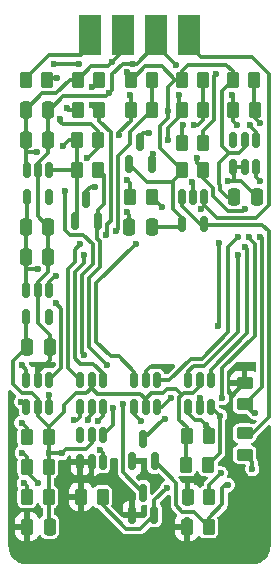
<source format=gbr>
G04 #@! TF.GenerationSoftware,KiCad,Pcbnew,9.0.2*
G04 #@! TF.CreationDate,2025-08-14T17:01:52+02:00*
G04 #@! TF.ProjectId,blue2joy,626c7565-326a-46f7-992e-6b696361645f,rev?*
G04 #@! TF.SameCoordinates,Original*
G04 #@! TF.FileFunction,Copper,L2,Bot*
G04 #@! TF.FilePolarity,Positive*
%FSLAX46Y46*%
G04 Gerber Fmt 4.6, Leading zero omitted, Abs format (unit mm)*
G04 Created by KiCad (PCBNEW 9.0.2) date 2025-08-14 17:01:52*
%MOMM*%
%LPD*%
G01*
G04 APERTURE LIST*
G04 Aperture macros list*
%AMRoundRect*
0 Rectangle with rounded corners*
0 $1 Rounding radius*
0 $2 $3 $4 $5 $6 $7 $8 $9 X,Y pos of 4 corners*
0 Add a 4 corners polygon primitive as box body*
4,1,4,$2,$3,$4,$5,$6,$7,$8,$9,$2,$3,0*
0 Add four circle primitives for the rounded corners*
1,1,$1+$1,$2,$3*
1,1,$1+$1,$4,$5*
1,1,$1+$1,$6,$7*
1,1,$1+$1,$8,$9*
0 Add four rect primitives between the rounded corners*
20,1,$1+$1,$2,$3,$4,$5,0*
20,1,$1+$1,$4,$5,$6,$7,0*
20,1,$1+$1,$6,$7,$8,$9,0*
20,1,$1+$1,$8,$9,$2,$3,0*%
G04 Aperture macros list end*
G04 #@! TA.AperFunction,SMDPad,CuDef*
%ADD10R,1.846667X3.480000*%
G04 #@! TD*
G04 #@! TA.AperFunction,SMDPad,CuDef*
%ADD11RoundRect,0.250000X0.262500X0.450000X-0.262500X0.450000X-0.262500X-0.450000X0.262500X-0.450000X0*%
G04 #@! TD*
G04 #@! TA.AperFunction,SMDPad,CuDef*
%ADD12RoundRect,0.150000X0.150000X-0.512500X0.150000X0.512500X-0.150000X0.512500X-0.150000X-0.512500X0*%
G04 #@! TD*
G04 #@! TA.AperFunction,SMDPad,CuDef*
%ADD13RoundRect,0.150000X0.150000X-0.587500X0.150000X0.587500X-0.150000X0.587500X-0.150000X-0.587500X0*%
G04 #@! TD*
G04 #@! TA.AperFunction,SMDPad,CuDef*
%ADD14RoundRect,0.150000X-0.150000X0.512500X-0.150000X-0.512500X0.150000X-0.512500X0.150000X0.512500X0*%
G04 #@! TD*
G04 #@! TA.AperFunction,SMDPad,CuDef*
%ADD15RoundRect,0.250000X-0.250000X-0.475000X0.250000X-0.475000X0.250000X0.475000X-0.250000X0.475000X0*%
G04 #@! TD*
G04 #@! TA.AperFunction,SMDPad,CuDef*
%ADD16RoundRect,0.250000X0.450000X-0.262500X0.450000X0.262500X-0.450000X0.262500X-0.450000X-0.262500X0*%
G04 #@! TD*
G04 #@! TA.AperFunction,SMDPad,CuDef*
%ADD17RoundRect,0.250000X-0.262500X-0.450000X0.262500X-0.450000X0.262500X0.450000X-0.262500X0.450000X0*%
G04 #@! TD*
G04 #@! TA.AperFunction,SMDPad,CuDef*
%ADD18RoundRect,0.250000X-0.450000X0.262500X-0.450000X-0.262500X0.450000X-0.262500X0.450000X0.262500X0*%
G04 #@! TD*
G04 #@! TA.AperFunction,SMDPad,CuDef*
%ADD19RoundRect,0.250000X0.250000X0.475000X-0.250000X0.475000X-0.250000X-0.475000X0.250000X-0.475000X0*%
G04 #@! TD*
G04 #@! TA.AperFunction,ViaPad*
%ADD20C,0.600000*%
G04 #@! TD*
G04 #@! TA.AperFunction,Conductor*
%ADD21C,0.300000*%
G04 #@! TD*
G04 APERTURE END LIST*
D10*
X-4155000Y254000D03*
X-1385000Y254000D03*
X1385000Y254000D03*
X4155000Y254000D03*
D11*
X-3403600Y-6096000D03*
X-5228600Y-6096000D03*
D12*
X9840000Y-10911000D03*
X8890000Y-10911000D03*
X7940000Y-10911000D03*
X7940000Y-8636000D03*
X8890000Y-8636000D03*
X9840000Y-8636000D03*
D13*
X-3556000Y-15494000D03*
X-5456000Y-15494000D03*
X-4506000Y-13619000D03*
D14*
X-9586000Y-21336000D03*
X-8636000Y-21336000D03*
X-7686000Y-21336000D03*
X-7686000Y-23611000D03*
X-9586000Y-23611000D03*
X-9555600Y-11176000D03*
X-8605600Y-11176000D03*
X-7655600Y-11176000D03*
X-7655600Y-13451000D03*
X-9555600Y-13451000D03*
D15*
X-9652000Y-6096000D03*
X-7752000Y-6096000D03*
D16*
X8890000Y-31035000D03*
X8890000Y-29210000D03*
D17*
X4017000Y-41402000D03*
X5842000Y-41402000D03*
D13*
X1265000Y-40386000D03*
X-635000Y-40386000D03*
X315000Y-38511000D03*
D11*
X-7700000Y-38862000D03*
X-9525000Y-38862000D03*
D17*
X3970000Y-36144200D03*
X5795000Y-36144200D03*
X-5334000Y-8636000D03*
X-3509000Y-8636000D03*
D15*
X-9499600Y-26162000D03*
X-7599600Y-26162000D03*
D17*
X3556000Y-8890000D03*
X5381000Y-8890000D03*
X-762000Y-3556000D03*
X1063000Y-3556000D03*
D15*
X-9621600Y-8636000D03*
X-7721600Y-8636000D03*
D14*
X-442000Y-28967000D03*
X508000Y-28967000D03*
X1458000Y-28967000D03*
X1458000Y-31242000D03*
X508000Y-31242000D03*
X-442000Y-31242000D03*
D17*
X3556000Y-3556000D03*
X5381000Y-3556000D03*
X-4953000Y-38862000D03*
X-3128000Y-38862000D03*
D18*
X8890000Y-33481000D03*
X8890000Y-35306000D03*
D17*
X3556000Y-11176000D03*
X5381000Y-11176000D03*
D15*
X8006000Y-13462000D03*
X9906000Y-13462000D03*
D17*
X-5230500Y-3556000D03*
X-3405500Y-3556000D03*
D13*
X1268900Y-35871873D03*
X-631100Y-35871873D03*
X318900Y-33996873D03*
D19*
X1016000Y-16002000D03*
X-884000Y-16002000D03*
D11*
X-7827000Y-3556000D03*
X-9652000Y-3556000D03*
D17*
X7877800Y-3556000D03*
X9702800Y-3556000D03*
X-5334000Y-11176000D03*
X-3509000Y-11176000D03*
D11*
X-7700000Y-36322000D03*
X-9525000Y-36322000D03*
D12*
X-3114000Y-35930000D03*
X-4064000Y-35930000D03*
X-5014000Y-35930000D03*
X-5014000Y-33655000D03*
X-4064000Y-33655000D03*
X-3114000Y-33655000D03*
D11*
X5889000Y-38862000D03*
X4064000Y-38862000D03*
D17*
X4017000Y-33731200D03*
X5842000Y-33731200D03*
D11*
X5381000Y-6096000D03*
X3556000Y-6096000D03*
D14*
X3556000Y-13473000D03*
X4506000Y-13473000D03*
X5456000Y-13473000D03*
X5456000Y-15748000D03*
X3556000Y-15748000D03*
X-9586000Y-28967000D03*
X-8636000Y-28967000D03*
X-7686000Y-28967000D03*
X-7686000Y-31242000D03*
X-8636000Y-31242000D03*
X-9586000Y-31242000D03*
D19*
X-7620000Y-41402000D03*
X-9520000Y-41402000D03*
D13*
X1016000Y-10668000D03*
X-884000Y-10668000D03*
X66000Y-8793000D03*
D11*
X-7700000Y-33782000D03*
X-9525000Y-33782000D03*
X1063000Y-6096000D03*
X-762000Y-6096000D03*
X9749800Y-6096000D03*
X7924800Y-6096000D03*
D12*
X-3114000Y-31242000D03*
X-4064000Y-31242000D03*
X-5014000Y-31242000D03*
X-5014000Y-28967000D03*
X-4064000Y-28967000D03*
X-3114000Y-28967000D03*
D15*
X-9621600Y-16002000D03*
X-7721600Y-16002000D03*
D17*
X-809000Y-13462000D03*
X1016000Y-13462000D03*
D12*
X6030000Y-31231000D03*
X5080000Y-31231000D03*
X4130000Y-31231000D03*
X4130000Y-28956000D03*
X5080000Y-28956000D03*
X6030000Y-28956000D03*
D15*
X-9621600Y-18542000D03*
X-7721600Y-18542000D03*
D20*
X2443500Y-6197600D03*
X-1066800Y-2946400D03*
X-8706581Y-9649720D03*
X-6477000Y-9132000D03*
X-2328674Y-2085538D03*
X-558800Y-2195400D03*
X4902200Y-37592000D03*
X2292858Y-28142480D03*
X-1270000Y-38227000D03*
X-4378397Y-32396054D03*
X-2556204Y-4657396D03*
X10490200Y-34391600D03*
X10261600Y-39776400D03*
X-5181600Y-41402000D03*
X9398000Y-43535600D03*
X-7264400Y-2235200D03*
X3048000Y-2286000D03*
X-5130800Y-2235200D03*
X5160004Y-30503258D03*
X-10718800Y-31673800D03*
X-2638493Y-43370902D03*
X4470400Y-12242800D03*
X7498998Y-12109616D03*
X-8636000Y-43408600D03*
X4017000Y-43514000D03*
X-1098006Y-14761998D03*
X330200Y-37058600D03*
X-7696411Y-35182823D03*
X-6604000Y-35179000D03*
X6493350Y-3067925D03*
X3302000Y-4856000D03*
X-311846Y-17459401D03*
X2443500Y-8695000D03*
X-7105971Y-22479110D03*
X-1698000Y-8277333D03*
X-821000Y-4856000D03*
X7854448Y-4856000D03*
X8362439Y-16844000D03*
X8229600Y-7366000D03*
X1930400Y-14376400D03*
X5213751Y-14490952D03*
X-6146800Y-5994400D03*
X-9964500Y-27733605D03*
X-2721170Y-27732569D03*
X-1365825Y-31044134D03*
X2160025Y-32266341D03*
X1103692Y-9866692D03*
X8951385Y-14499600D03*
X4826000Y-10160000D03*
X6989000Y-30508959D03*
X9262121Y-16868006D03*
X-1098000Y-12029996D03*
X-3799000Y-12610125D03*
X3722812Y-7396513D03*
X818751Y-8055019D03*
X6865541Y-36871165D03*
X9550400Y-36525200D03*
X2350671Y-38098667D03*
X7467600Y-37871400D03*
X-8561497Y-37722823D03*
X-3356223Y-34912077D03*
X-9964499Y-35127366D03*
X6628233Y-24394006D03*
X6731000Y-17399000D03*
X5588000Y-32766000D03*
X2629000Y-30484112D03*
X124857Y-32469826D03*
X-10000035Y-30830421D03*
X6805500Y-32006500D03*
X-9779000Y-37719000D03*
X-3478770Y-32422073D03*
X-5588000Y-32385000D03*
X-9988472Y-32611339D03*
X-7645400Y-30251400D03*
X-7067000Y-20167600D03*
X-8609158Y-19588436D03*
X10199000Y-12137000D03*
X9777500Y-31750000D03*
X10199000Y-16844000D03*
X9316020Y-7423376D03*
X-2809961Y-16695236D03*
X-4064000Y-4195000D03*
X-4064000Y-5715000D03*
X-5017327Y-17506335D03*
X-4711000Y-18386104D03*
X-1984000Y-16337754D03*
X4622800Y-7391400D03*
X8300002Y-18361419D03*
X10199000Y-7249160D03*
X8927533Y-17716277D03*
X-2214000Y-31368998D03*
X-6947600Y-3429000D03*
X-4699476Y-26841186D03*
X-4421280Y-10172773D03*
X-6284258Y-12954000D03*
X-6720851Y-6917000D03*
D21*
X2443500Y-4156000D02*
X2443500Y-6766636D01*
X6807000Y-12895804D02*
X6807000Y-12478279D01*
X7877800Y-2856000D02*
X7877800Y-3556000D01*
X-762000Y-3251200D02*
X-1066800Y-2946400D01*
X-5924339Y-3556000D02*
X-7075339Y-4707000D01*
X7536900Y-9749500D02*
X6944500Y-9157100D01*
X-5334000Y-8636000D02*
X-5981000Y-8636000D01*
X-5981000Y-8636000D02*
X-6477000Y-9132000D01*
X3302000Y-16002000D02*
X3556000Y-15748000D01*
X3556000Y-3556000D02*
X3043500Y-3556000D01*
X-1385000Y-1141864D02*
X-2648136Y-2405000D01*
X6944500Y-4489300D02*
X7877800Y-3556000D01*
X8006000Y-13462000D02*
X7373196Y-13462000D01*
X2443500Y-6766636D02*
X1693500Y-7516636D01*
X7536900Y-9797500D02*
X8390999Y-9797500D01*
X2805000Y-12192000D02*
X2805000Y-12627000D01*
X8890000Y-8636000D02*
X8890000Y-9298499D01*
X-8263000Y-4707000D02*
X-9652000Y-6096000D01*
X1693500Y-7516636D02*
X1693500Y-9313500D01*
X-5334000Y-11176000D02*
X-5334000Y-8636000D01*
X2805000Y-14489000D02*
X3556000Y-15240000D01*
X3556000Y-3556000D02*
X3556000Y-2856000D01*
X-9621600Y-8636000D02*
X-9621600Y-9649720D01*
X-4079500Y-2405000D02*
X-5230500Y-3556000D01*
X-7655600Y-11176000D02*
X-5334000Y-11176000D01*
X503208Y-2405000D02*
X1892500Y-2405000D01*
X3043500Y-3556000D02*
X2443500Y-4156000D01*
X-5230500Y-3556000D02*
X-5924339Y-3556000D01*
X8438999Y-9749500D02*
X7536900Y-9749500D01*
X640000Y-12192000D02*
X2805000Y-12192000D01*
X7339725Y-2317925D02*
X7877800Y-2856000D01*
X6807000Y-12478279D02*
X6748998Y-12420277D01*
X-9621600Y-9649720D02*
X-8706581Y-9649720D01*
X8390999Y-9797500D02*
X8890000Y-9298499D01*
X4094075Y-2317925D02*
X7339725Y-2317925D01*
X-5334000Y-11176000D02*
X-5334000Y-15372000D01*
X1693500Y-9313500D02*
X3556000Y-11176000D01*
X1892500Y-2405000D02*
X3043500Y-3556000D01*
X6748998Y-12420277D02*
X6748998Y-10585402D01*
X-647792Y-3556000D02*
X503208Y-2405000D01*
X-2648136Y-2405000D02*
X-4079500Y-2405000D01*
X2805000Y-12130200D02*
X3556000Y-11379200D01*
X3556000Y-2856000D02*
X4094075Y-2317925D01*
X2805000Y-12627000D02*
X2805000Y-12130200D01*
X7373196Y-13462000D02*
X6807000Y-12895804D01*
X6748998Y-10585402D02*
X7536900Y-9797500D01*
X8890000Y-9298499D02*
X8438999Y-9749500D01*
X-9652000Y-6096000D02*
X-9652000Y-8605600D01*
X2805000Y-12627000D02*
X2805000Y-14489000D01*
X-9621600Y-8636000D02*
X-9621600Y-11110000D01*
X-7075339Y-4707000D02*
X-8263000Y-4707000D01*
X-884000Y-10668000D02*
X640000Y-12192000D01*
X1016000Y-16002000D02*
X3302000Y-16002000D01*
X6944500Y-9157100D02*
X6944500Y-4489300D01*
X3556000Y-11379200D02*
X3556000Y-11176000D01*
X8001000Y-12109616D02*
X8001000Y-10972000D01*
X-2638493Y-43370902D02*
X-2473795Y-43535600D01*
X-8839200Y-43408600D02*
X-8636000Y-43408600D01*
X4506000Y-13473000D02*
X4506000Y-12278400D01*
X-1377875Y-2195400D02*
X-2298000Y-3115525D01*
X7498998Y-12109616D02*
X8001000Y-12109616D01*
X-8636000Y-24177600D02*
X-7599600Y-25214000D01*
X-8636000Y-20675600D02*
X-8636000Y-21336000D01*
X-7721600Y-8636000D02*
X-7721600Y-9725400D01*
X-2556204Y-4657396D02*
X-2843808Y-4945000D01*
X2003878Y-27853500D02*
X2292858Y-28142480D01*
X-8605600Y-11176000D02*
X-8605600Y-15118000D01*
X-5181600Y-41402000D02*
X-4749800Y-41402000D01*
X-5181600Y-41478200D02*
X-5181600Y-41402000D01*
X-2843808Y-4945000D02*
X-6464811Y-4945000D01*
X-558800Y-2195400D02*
X-1377875Y-2195400D01*
X4064000Y-37414200D02*
X4724400Y-37414200D01*
X508000Y-28233700D02*
X888200Y-27853500D01*
X-4378397Y-32218896D02*
X-4378397Y-32396054D01*
X4038600Y-43535600D02*
X4017000Y-43514000D01*
X-7599600Y-25214000D02*
X-7599600Y-26162000D01*
X-4064000Y-31904499D02*
X-4378397Y-32218896D01*
X-4064000Y-31242000D02*
X-4064000Y-31904499D01*
X3995400Y-43535600D02*
X4017000Y-43514000D01*
X-4953000Y-38862000D02*
X-6426200Y-38862000D01*
X7739000Y-38838969D02*
X7739000Y-43518200D01*
X-7772400Y-19812000D02*
X-8636000Y-20675600D01*
X7739000Y-43518200D02*
X7721600Y-43535600D01*
X7721600Y-43535600D02*
X4038600Y-43535600D01*
X4506000Y-12278400D02*
X4470400Y-12242800D01*
X7739000Y-30361000D02*
X7739000Y-36155487D01*
X-631100Y-35871873D02*
X330200Y-35871873D01*
X-4749800Y-41402000D02*
X-2780898Y-43370902D01*
X-2298000Y-4399192D02*
X-2556204Y-4657396D01*
X-5014000Y-35930000D02*
X-4064000Y-35930000D01*
X8553616Y-12109616D02*
X9906000Y-13462000D01*
X-6426200Y-40157400D02*
X-5181600Y-41402000D01*
X-9520000Y-42727800D02*
X-8839200Y-43408600D01*
X-7721600Y-19761539D02*
X-7772061Y-19812000D01*
X-7112000Y-43408600D02*
X-5181600Y-41478200D01*
X-8605600Y-15118000D02*
X-7721600Y-16002000D01*
X-2298000Y-3115525D02*
X-2298000Y-4399192D01*
X4064000Y-38862000D02*
X4064000Y-37414200D01*
X-4064000Y-35930000D02*
X-4064000Y-36830000D01*
X-2473795Y-43535600D02*
X3995400Y-43535600D01*
X-7747000Y-6101000D02*
X-7747000Y-8610600D01*
X4017000Y-41402000D02*
X4017000Y-43514000D01*
X-5130800Y-2235200D02*
X-7264400Y-2235200D01*
X-2780898Y-43370902D02*
X-2638493Y-43370902D01*
X9398000Y-43535600D02*
X7721600Y-43535600D01*
X330200Y-35871873D02*
X330200Y-37058600D01*
X-884000Y-14976004D02*
X-1098006Y-14761998D01*
X-635000Y-38862000D02*
X-1270000Y-38227000D01*
X7940000Y-10911000D02*
X8890000Y-10911000D01*
X-7599600Y-26162000D02*
X-7599600Y-27284600D01*
X5080000Y-30583262D02*
X5160004Y-30503258D01*
X-8636000Y-43408600D02*
X-7112000Y-43408600D01*
X8544985Y-36961472D02*
X8544985Y-38032984D01*
X-884000Y-16002000D02*
X-884000Y-14976004D01*
X-4064000Y-36830000D02*
X-4953000Y-37719000D01*
X-8636000Y-21336000D02*
X-8636000Y-24177600D01*
X-8636000Y-28321000D02*
X-8636000Y-28967000D01*
X508000Y-28967000D02*
X508000Y-28233700D01*
X-7721600Y-18542000D02*
X-7721600Y-19761539D01*
X1385000Y-623000D02*
X3048000Y-2286000D01*
X888200Y-27853500D02*
X2003878Y-27853500D01*
X-6426200Y-38862000D02*
X-6426200Y-40157400D01*
X8890000Y-29210000D02*
X7739000Y-30361000D01*
X8544985Y-38032984D02*
X7739000Y-38838969D01*
X-7721600Y-16002000D02*
X-7721600Y-18542000D01*
X1385000Y-562667D02*
X-247733Y-2195400D01*
X-6464811Y-4945000D02*
X-7615811Y-6096000D01*
X-7721600Y-9725400D02*
X-8605600Y-10609400D01*
X-247733Y-2195400D02*
X-558800Y-2195400D01*
X-635000Y-40386000D02*
X-635000Y-38862000D01*
X5080000Y-31231000D02*
X5080000Y-30583262D01*
X-8605600Y-10609400D02*
X-8605600Y-11176000D01*
X-4953000Y-37719000D02*
X-4953000Y-38862000D01*
X7498998Y-12109616D02*
X8553616Y-12109616D01*
X-7772061Y-19812000D02*
X-7772400Y-19812000D01*
X4724400Y-37414200D02*
X4902200Y-37592000D01*
X7739000Y-36155487D02*
X8544985Y-36961472D01*
X-7599600Y-27284600D02*
X-8636000Y-28321000D01*
X-9520000Y-41402000D02*
X-9520000Y-42727800D01*
X-6430771Y-31142171D02*
X-6430771Y-31703771D01*
X3593761Y-30219100D02*
X3625300Y-30219100D01*
X-4563001Y-34816500D02*
X-6241500Y-34816500D01*
X-4064000Y-28967000D02*
X-4064000Y-29629499D01*
X-4515001Y-30080500D02*
X-5369100Y-30080500D01*
X508000Y-31242000D02*
X508000Y-30579501D01*
X-10714500Y-27376900D02*
X-10714500Y-29355100D01*
X-7692588Y-35179000D02*
X-6604000Y-35179000D01*
X-4064000Y-33655000D02*
X-4064000Y-34317499D01*
X-4064000Y-34317499D02*
X-4563001Y-34816500D01*
X4017000Y-32973000D02*
X4017000Y-33731200D01*
X-8636000Y-32004000D02*
X-7700000Y-32940000D01*
X-7700000Y-32973000D02*
X-7700000Y-33782000D01*
X2322451Y-29730000D02*
X3104661Y-29730000D01*
X-6241500Y-34816500D02*
X-6604000Y-35179000D01*
X-9499600Y-26162000D02*
X-10714500Y-27376900D01*
X-7700000Y-38862000D02*
X-7700000Y-41322000D01*
X5080000Y-28956000D02*
X5080000Y-29522600D01*
X-7696411Y-35182823D02*
X-7692588Y-35179000D01*
X-9989100Y-30080500D02*
X-9135001Y-30080500D01*
X-5369100Y-30080500D02*
X-6430771Y-31142171D01*
X5080000Y-29522600D02*
X4533100Y-30069500D01*
X3774900Y-30069500D02*
X3379000Y-30465400D01*
X-7700000Y-36322000D02*
X-7700000Y-38862000D01*
X3379000Y-32335000D02*
X4017000Y-32973000D01*
X-7700000Y-35186412D02*
X-7696411Y-35182823D01*
X1007001Y-30080500D02*
X1971951Y-30080500D01*
X3104661Y-29730000D02*
X3593761Y-30219100D01*
X-9586000Y-23611000D02*
X-9586000Y-26075600D01*
X-9135001Y-30080500D02*
X-8636000Y-30579501D01*
X-8636000Y-30579501D02*
X-8636000Y-31242000D01*
X-3564999Y-30128500D02*
X56999Y-30128500D01*
X-7700000Y-36322000D02*
X-7700000Y-35186412D01*
X-6430771Y-31703771D02*
X-7700000Y-32973000D01*
X-10714500Y-29355100D02*
X-9989100Y-30080500D01*
X-4064000Y-29629499D02*
X-4515001Y-30080500D01*
X1971951Y-30080500D02*
X2322451Y-29730000D01*
X-8636000Y-31242000D02*
X-8636000Y-32004000D01*
X3379000Y-30465400D02*
X3379000Y-32335000D01*
X-7700000Y-35179234D02*
X-7696411Y-35182823D01*
X-7700000Y-32940000D02*
X-7700000Y-33782000D01*
X508000Y-30579501D02*
X1007001Y-30080500D01*
X-4064000Y-29629499D02*
X-3564999Y-30128500D01*
X-7700000Y-33782000D02*
X-7700000Y-35179234D01*
X56999Y-30128500D02*
X508000Y-30579501D01*
X4533100Y-30069500D02*
X3774900Y-30069500D01*
X3970000Y-36144200D02*
X3970000Y-33778200D01*
X5381000Y-7907944D02*
X5381000Y-8890000D01*
X6344500Y-6944444D02*
X5381000Y-7907944D01*
X6493350Y-3067925D02*
X6344500Y-3216775D01*
X6344500Y-3216775D02*
X6344500Y-6944444D01*
X-1763932Y-26982569D02*
X-2426431Y-26982569D01*
X-442000Y-28304501D02*
X-1763932Y-26982569D01*
X3556000Y-6502664D02*
X2443500Y-7615164D01*
X2443500Y-7615164D02*
X2443500Y-8695000D01*
X-3648600Y-20793600D02*
X-314401Y-17459401D01*
X-442000Y-28967000D02*
X-442000Y-28304501D01*
X-314401Y-17459401D02*
X-311846Y-17459401D01*
X-2426431Y-26982569D02*
X-3648600Y-25760400D01*
X3302000Y-4856000D02*
X3302000Y-5842000D01*
X-3648600Y-25760400D02*
X-3648600Y-20793600D01*
X-762000Y-6096000D02*
X-762000Y-7071058D01*
X-762000Y-4915000D02*
X-821000Y-4856000D01*
X-762000Y-6096000D02*
X-762000Y-4915000D01*
X-7686000Y-28967000D02*
X-6649476Y-27930476D01*
X-6649476Y-22935605D02*
X-7105971Y-22479110D01*
X-1698000Y-8007058D02*
X-1698000Y-8277333D01*
X-762000Y-7071058D02*
X-1698000Y-8007058D01*
X-6649476Y-27930476D02*
X-6649476Y-22935605D01*
X2529000Y-28967000D02*
X4318000Y-27178000D01*
X5251661Y-27178000D02*
X7493000Y-24936661D01*
X7493000Y-24936661D02*
X7493000Y-17713439D01*
X4318000Y-27178000D02*
X5251661Y-27178000D01*
X1458000Y-28967000D02*
X2529000Y-28967000D01*
X7493000Y-17713439D02*
X8362439Y-16844000D01*
X7924800Y-7061200D02*
X8229600Y-7366000D01*
X7924800Y-6096000D02*
X7924800Y-7061200D01*
X7924800Y-4926352D02*
X7854448Y-4856000D01*
X7924800Y-6096000D02*
X7924800Y-4926352D01*
X5456000Y-13473000D02*
X5456000Y-14135499D01*
X9841692Y-15249600D02*
X10949000Y-14142292D01*
X5232400Y-1676400D02*
X4155000Y-599000D01*
X1016000Y-13462000D02*
X1930400Y-14376400D01*
X10949000Y-14142292D02*
X10949000Y-3091408D01*
X6570101Y-15249600D02*
X9841692Y-15249600D01*
X4155000Y-599000D02*
X4155000Y254000D01*
X5456000Y-14135499D02*
X6570101Y-15249600D01*
X5456000Y-14248703D02*
X5213751Y-14490952D01*
X9533992Y-1676400D02*
X5232400Y-1676400D01*
X10949000Y-3091408D02*
X9533992Y-1676400D01*
X5456000Y-13473000D02*
X5456000Y-14248703D01*
X-4155000Y254000D02*
X-4155000Y-649800D01*
X-4155000Y-649800D02*
X-4978400Y-1473200D01*
X-7670800Y-1473200D02*
X-9652000Y-3454400D01*
X-9652000Y-3454400D02*
X-9652000Y-3556000D01*
X-4978400Y-1473200D02*
X-7670800Y-1473200D01*
X-6045200Y-6096000D02*
X-6146800Y-5994400D01*
X-9586000Y-28967000D02*
X-9586000Y-28112105D01*
X-9586000Y-28112105D02*
X-9964500Y-27733605D01*
X-5228600Y-6096000D02*
X-6045200Y-6096000D01*
X-3509000Y-11176000D02*
X-3049000Y-11636000D01*
X-2747431Y-27732569D02*
X-2721170Y-27732569D01*
X-3606800Y-15544800D02*
X-3606800Y-17007672D01*
X-3049000Y-14098000D02*
X-3556000Y-14605000D01*
X315000Y-38511000D02*
X-1397000Y-36799000D01*
X-3606800Y-17007672D02*
X-3361000Y-17253472D01*
X-3049000Y-11636000D02*
X-3049000Y-14098000D01*
X-4248600Y-20316232D02*
X-4248600Y-26231400D01*
X-4248600Y-26231400D02*
X-2747431Y-27732569D01*
X-1397000Y-36799000D02*
X-1397000Y-31075309D01*
X-3556000Y-15494000D02*
X-3606800Y-15544800D01*
X-3556000Y-14605000D02*
X-3556000Y-15494000D01*
X-3361000Y-19428632D02*
X-4248600Y-20316232D01*
X-3361000Y-17253472D02*
X-3361000Y-19428632D01*
X-1397000Y-31075309D02*
X-1365825Y-31044134D01*
X4826000Y-10160000D02*
X4826000Y-10621000D01*
X1016000Y-10668000D02*
X1016000Y-9954384D01*
X6989000Y-30508959D02*
X6989000Y-27986245D01*
X4826000Y-10621000D02*
X5381000Y-11176000D01*
X318900Y-33996873D02*
X2049432Y-32266341D01*
X6989000Y-27986245D02*
X9747000Y-25228245D01*
X9747000Y-25228245D02*
X9747000Y-17452661D01*
X5381000Y-11881400D02*
X6207000Y-12707400D01*
X8801385Y-14649600D02*
X8951385Y-14499600D01*
X7470308Y-14649600D02*
X8801385Y-14649600D01*
X9262121Y-16966896D02*
X9262121Y-16868006D01*
X9747000Y-17452661D02*
X9449000Y-17154661D01*
X2049432Y-32266341D02*
X2160025Y-32266341D01*
X9449000Y-17154661D02*
X9449000Y-17153775D01*
X9449000Y-17153775D02*
X9262121Y-16966896D01*
X6207000Y-12707400D02*
X6207000Y-13386292D01*
X6207000Y-13386292D02*
X7470308Y-14649600D01*
X1016000Y-9954384D02*
X1103692Y-9866692D01*
X5381000Y-11176000D02*
X5381000Y-11881400D01*
X-4506000Y-12989600D02*
X-4126525Y-12610125D01*
X-4126525Y-12610125D02*
X-3799000Y-12610125D01*
X-809000Y-13462000D02*
X-809000Y-12318996D01*
X-809000Y-12318996D02*
X-1098000Y-12029996D01*
X-4506000Y-13619000D02*
X-4506000Y-12989600D01*
X326981Y-8055019D02*
X818751Y-8055019D01*
X66000Y-8316000D02*
X326981Y-8055019D01*
X3556000Y-7563325D02*
X3722812Y-7396513D01*
X3556000Y-8890000D02*
X3556000Y-7563325D01*
X8890000Y-35306000D02*
X9550400Y-35966400D01*
X5889000Y-37847706D02*
X6865541Y-36871165D01*
X9550400Y-35966400D02*
X9550400Y-36525200D01*
X5889000Y-38862000D02*
X5889000Y-37847706D01*
X-3128000Y-39562000D02*
X-1115500Y-41574500D01*
X1265000Y-40386000D02*
X1265000Y-39146400D01*
X2312733Y-38098667D02*
X2350671Y-38098667D01*
X-3128000Y-38862000D02*
X-3128000Y-39562000D01*
X76500Y-41574500D02*
X1265000Y-40386000D01*
X-1115500Y-41574500D02*
X76500Y-41574500D01*
X1265000Y-39146400D02*
X2312733Y-38098667D01*
X7263290Y-37871400D02*
X7467600Y-37871400D01*
X7017839Y-39526161D02*
X7017839Y-38116851D01*
X5842000Y-41402000D02*
X5842000Y-40702000D01*
X4572000Y-40132000D02*
X5842000Y-41402000D01*
X5842000Y-40702000D02*
X7017839Y-39526161D01*
X1268900Y-35871873D02*
X3100500Y-37703473D01*
X7017839Y-38116851D02*
X7263290Y-37871400D01*
X3623208Y-40132000D02*
X4572000Y-40132000D01*
X3100500Y-39609292D02*
X3623208Y-40132000D01*
X3100500Y-37703473D02*
X3100500Y-39609292D01*
X10949000Y-32122000D02*
X9590000Y-33481000D01*
X5080000Y-15748000D02*
X3556000Y-14224000D01*
X5557600Y-15849600D02*
X10400250Y-15849600D01*
X10949886Y-17063337D02*
X10949000Y-17064223D01*
X10949000Y-17064223D02*
X10949000Y-32122000D01*
X9590000Y-33481000D02*
X8890000Y-33481000D01*
X5456000Y-15748000D02*
X5080000Y-15748000D01*
X10949886Y-16399236D02*
X10949886Y-17063337D01*
X10400250Y-15849600D02*
X10949886Y-16399236D01*
X3556000Y-14224000D02*
X3556000Y-13473000D01*
X-9499600Y-36296600D02*
X-9499600Y-35483800D01*
X-3114000Y-35930000D02*
X-3114000Y-35154300D01*
X-9525000Y-36759320D02*
X-8561497Y-37722823D01*
X-9856034Y-35127366D02*
X-9964499Y-35127366D01*
X-3114000Y-35154300D02*
X-3356223Y-34912077D01*
X-9499600Y-35483800D02*
X-9856034Y-35127366D01*
X6731000Y-17399000D02*
X6731000Y-24291239D01*
X6731000Y-24291239D02*
X6628233Y-24394006D01*
X4676900Y-32344500D02*
X4130000Y-31797600D01*
X5166500Y-32344500D02*
X4676900Y-32344500D01*
X4130000Y-31797600D02*
X4130000Y-31231000D01*
X5842000Y-33731200D02*
X5842000Y-33020000D01*
X5842000Y-33020000D02*
X5166500Y-32344500D01*
X1871112Y-31242000D02*
X2629000Y-30484112D01*
X1458000Y-31242000D02*
X1871112Y-31242000D01*
X123327Y-32469826D02*
X124857Y-32469826D01*
X-442000Y-31242000D02*
X-442000Y-31904499D01*
X-442000Y-31904499D02*
X123327Y-32469826D01*
X-9586000Y-31242000D02*
X-9997579Y-30830421D01*
X-9997579Y-30830421D02*
X-10000035Y-30830421D01*
X6805500Y-32006500D02*
X6030000Y-31231000D01*
X6805500Y-35133700D02*
X6805500Y-32006500D01*
X5795000Y-36144200D02*
X6805500Y-35133700D01*
X-3114000Y-32057303D02*
X-3478770Y-32422073D01*
X-9525000Y-38862000D02*
X-9525000Y-37973000D01*
X-3114000Y-31242000D02*
X-3114000Y-32057303D01*
X-9525000Y-37973000D02*
X-9779000Y-37719000D01*
X-5080000Y-32131000D02*
X-5334000Y-32385000D01*
X-9525000Y-33782000D02*
X-9525000Y-33074811D01*
X-5080000Y-31308000D02*
X-5080000Y-32131000D01*
X-9525000Y-33074811D02*
X-9988472Y-32611339D01*
X-5334000Y-32385000D02*
X-5588000Y-32385000D01*
X-7686000Y-30292000D02*
X-7645400Y-30251400D01*
X-7686000Y-31242000D02*
X-7686000Y-30292000D01*
X-9621600Y-18542000D02*
X-9621600Y-21300400D01*
X-9586000Y-21336000D02*
X-9586000Y-19588436D01*
X-8492533Y-19631247D02*
X-8485261Y-19638519D01*
X-9555600Y-13451000D02*
X-9555600Y-15936000D01*
X-8556438Y-19629245D02*
X-8556438Y-19637791D01*
X-8556438Y-19629245D02*
X-8561635Y-19624048D01*
X-9586000Y-19588436D02*
X-8609158Y-19588436D01*
X-8549894Y-19631247D02*
X-8556438Y-19637791D01*
X-7686000Y-20690800D02*
X-7162800Y-20167600D01*
X-8485193Y-19638451D02*
X-8559143Y-19638451D01*
X-8561635Y-19624048D02*
X-8573546Y-19624048D01*
X-8485261Y-19558000D02*
X-8485261Y-19638519D01*
X-7686000Y-21336000D02*
X-7686000Y-20690800D01*
X-8573546Y-19624048D02*
X-8609158Y-19588436D01*
X-8609158Y-19588436D02*
X-8559143Y-19638451D01*
X-7162800Y-20167600D02*
X-7067000Y-20167600D01*
X-8492533Y-19631247D02*
X-8549894Y-19631247D01*
X-9621600Y-16002000D02*
X-9621600Y-18542000D01*
X-8492397Y-19631247D02*
X-8485193Y-19638451D01*
X-8492397Y-19631247D02*
X-8549894Y-19631247D01*
X8890000Y-31035000D02*
X10349000Y-29576000D01*
X9840000Y-10911000D02*
X9840000Y-11778000D01*
X9605000Y-31750000D02*
X9777500Y-31750000D01*
X9840000Y-11778000D02*
X10199000Y-12137000D01*
X10349000Y-29576000D02*
X10349000Y-16994000D01*
X8890000Y-31035000D02*
X9605000Y-31750000D01*
X10349000Y-16994000D02*
X10199000Y-16844000D01*
X9840000Y-7973501D02*
X9316020Y-7449521D01*
X9840000Y-8636000D02*
X9840000Y-7973501D01*
X9316020Y-7449521D02*
X9316020Y-7423376D01*
X-2448000Y-7986208D02*
X-2448000Y-15488528D01*
X-3425000Y-3556000D02*
X-4064000Y-4195000D01*
X-2832886Y-16695000D02*
X-2831121Y-16695000D01*
X-3403600Y-7030608D02*
X-2448000Y-7986208D01*
X-2820474Y-16695699D02*
X-2821173Y-16695000D01*
X-2811396Y-16695000D02*
X-2811101Y-16695000D01*
X-5461000Y-18983048D02*
X-5461000Y-17950008D01*
X-2826249Y-16695861D02*
X-2827110Y-16695000D01*
X-2815377Y-16695000D02*
X-2814985Y-16695000D01*
X-3403600Y-6096000D02*
X-3403600Y-7030608D01*
X-5014000Y-28967000D02*
X-6049476Y-27931524D01*
X-2817159Y-16695000D02*
X-2816762Y-16695000D01*
X-6049476Y-19571524D02*
X-5461000Y-18983048D01*
X-2811847Y-16695335D02*
X-2812182Y-16695000D01*
X-2834767Y-16696027D02*
X-2835352Y-16695442D01*
X-3683000Y-6096000D02*
X-4064000Y-5715000D01*
X-2811396Y-16695000D02*
X-2811847Y-16695451D01*
X-2824648Y-16695000D02*
X-2823834Y-16695000D01*
X-2817993Y-16752587D02*
X-2817147Y-16751741D01*
X-2813137Y-16751741D02*
X-2817147Y-16751741D01*
X-2810454Y-16695000D02*
X-2810197Y-16695000D01*
X-2834297Y-16695526D02*
X-2837379Y-16695526D01*
X-2819195Y-16695000D02*
X-2820474Y-16696279D01*
X-2810454Y-16695000D02*
X-2810819Y-16695365D01*
X-2813072Y-16695396D02*
X-2813468Y-16695000D01*
X-2834297Y-16695526D02*
X-2829174Y-16700649D01*
X-2832886Y-16695000D02*
X-2834767Y-16696881D01*
X-2823192Y-16700649D02*
X-2829174Y-16700649D01*
X-2823192Y-16700649D02*
X-2817993Y-16695450D01*
X-2810819Y-16695282D02*
X-2810819Y-16695365D01*
X-2835352Y-16695000D02*
X-2835352Y-16695442D01*
X-2838900Y-16696466D02*
X-2839058Y-16696308D01*
X-2830183Y-16695938D02*
X-2831121Y-16695000D01*
X-2838161Y-16696308D02*
X-2839058Y-16696308D01*
X-2820474Y-16695699D02*
X-2820474Y-16696279D01*
X-2828554Y-16695000D02*
X-2830183Y-16696629D01*
X-2734000Y-15774528D02*
X-2734000Y-16668594D01*
X-2810819Y-16695282D02*
X-2811101Y-16695000D01*
X-2814521Y-16695464D02*
X-2814521Y-16695687D01*
X-5461000Y-17950008D02*
X-5017327Y-17506335D01*
X-2811847Y-16695335D02*
X-2811847Y-16695451D01*
X-2448000Y-15488528D02*
X-2734000Y-15774528D01*
X-2816223Y-16695539D02*
X-2816762Y-16695000D01*
X-2812515Y-16695000D02*
X-2812182Y-16695000D01*
X-2828554Y-16695000D02*
X-2827110Y-16695000D01*
X-2830183Y-16695938D02*
X-2830183Y-16696629D01*
X-2821488Y-16695000D02*
X-2823054Y-16696566D01*
X-2812515Y-16695000D02*
X-2813072Y-16695557D01*
X-2734000Y-16668594D02*
X-2817147Y-16751741D01*
X-2818201Y-16695618D02*
X-2818201Y-16696042D01*
X-2834767Y-16696027D02*
X-2834767Y-16696881D01*
X-2824648Y-16695000D02*
X-2826249Y-16696601D01*
X-2835352Y-16695000D02*
X-2838900Y-16698548D01*
X-2810197Y-16695000D02*
X-2809961Y-16695236D01*
X-2816223Y-16695539D02*
X-2816223Y-16695846D01*
X-2813072Y-16695396D02*
X-2813072Y-16695557D01*
X-2813834Y-16695000D02*
X-2814521Y-16695687D01*
X-2823054Y-16695780D02*
X-2823054Y-16696566D01*
X-2814521Y-16695464D02*
X-2814985Y-16695000D01*
X-2838161Y-16696308D02*
X-2837379Y-16695526D01*
X-2838900Y-16696466D02*
X-2838900Y-16698548D01*
X-2817993Y-16752587D02*
X-2817993Y-16695450D01*
X-2819195Y-16695000D02*
X-2818819Y-16695000D01*
X-2815377Y-16695000D02*
X-2816223Y-16695846D01*
X-2821488Y-16695000D02*
X-2821173Y-16695000D01*
X-2826249Y-16695861D02*
X-2826249Y-16696601D01*
X-2823054Y-16695780D02*
X-2823834Y-16695000D01*
X-2813834Y-16695000D02*
X-2813468Y-16695000D01*
X-2817159Y-16695000D02*
X-2818201Y-16696042D01*
X-6049476Y-27931524D02*
X-6049476Y-19571524D01*
X-2818201Y-16695618D02*
X-2818819Y-16695000D01*
X1063000Y-3556000D02*
X1063000Y-6096000D01*
X1063000Y-6096000D02*
X-824800Y-7983800D01*
X-4711000Y-19081576D02*
X-5449476Y-19820052D01*
X-3923214Y-27591186D02*
X-3114000Y-28400400D01*
X-5010137Y-27591186D02*
X-3923214Y-27591186D01*
X-5449476Y-27151847D02*
X-5010137Y-27591186D01*
X-824800Y-8979961D02*
X-1848000Y-10003161D01*
X-5449476Y-19820052D02*
X-5449476Y-27151847D01*
X-3114000Y-28400400D02*
X-3114000Y-28967000D01*
X-824800Y-7983800D02*
X-824800Y-8979961D01*
X-1848000Y-10003161D02*
X-1848000Y-16201754D01*
X-4711000Y-18386104D02*
X-4711000Y-19081576D01*
X-1848000Y-16201754D02*
X-1984000Y-16337754D01*
X8335000Y-18396417D02*
X8300002Y-18361419D01*
X5381000Y-3556000D02*
X5381000Y-6096000D01*
X4130000Y-28249416D02*
X4601416Y-27778000D01*
X5381000Y-6096000D02*
X5381000Y-6971741D01*
X4130000Y-28956000D02*
X4130000Y-28249416D01*
X4601416Y-27778000D02*
X5500189Y-27778000D01*
X8335000Y-24943189D02*
X8335000Y-18396417D01*
X4961341Y-7391400D02*
X4622800Y-7391400D01*
X5381000Y-6971741D02*
X4961341Y-7391400D01*
X5500189Y-27778000D02*
X8335000Y-24943189D01*
X9749800Y-6796000D02*
X10107000Y-7153200D01*
X6030000Y-28096717D02*
X9132000Y-24994717D01*
X9132000Y-24994717D02*
X9132000Y-17920744D01*
X9702800Y-3556000D02*
X9702800Y-6049000D01*
X10199000Y-7177820D02*
X10199000Y-7249160D01*
X6030000Y-28956000D02*
X6030000Y-28096717D01*
X9749800Y-6096000D02*
X9749800Y-6796000D01*
X9132000Y-17920744D02*
X8927533Y-17716277D01*
X10174380Y-7153200D02*
X10199000Y-7177820D01*
X10107000Y-7153200D02*
X10174380Y-7153200D01*
X-3509000Y-9336000D02*
X-4345773Y-10172773D01*
X-2214000Y-32755000D02*
X-2214000Y-31368998D01*
X-6500700Y-7319497D02*
X-6788197Y-7032000D01*
X-4345773Y-10172773D02*
X-4421280Y-10172773D01*
X-3961000Y-17578200D02*
X-3962400Y-17576800D01*
X-6788197Y-7032000D02*
X-6788197Y-7001257D01*
X-6788197Y-7001257D02*
X-6736247Y-6949307D01*
X-5859100Y-16682500D02*
X-6284258Y-16257342D01*
X-3961000Y-19180104D02*
X-3961000Y-17578200D01*
X-3509000Y-8636000D02*
X-3509000Y-9336000D01*
X-6947600Y-3429000D02*
X-7700000Y-3429000D01*
X-4699476Y-26841186D02*
X-4848600Y-26692062D01*
X-3509000Y-7936000D02*
X-4125503Y-7319497D01*
X-6723188Y-6923119D02*
X-6723188Y-6920406D01*
X-4125503Y-7319497D02*
X-6500700Y-7319497D01*
X-6723188Y-6920406D02*
X-6720851Y-6918069D01*
X-3509000Y-8636000D02*
X-3509000Y-7936000D01*
X-3962400Y-17576800D02*
X-3962400Y-17500600D01*
X-6720851Y-6918069D02*
X-6720851Y-6917000D01*
X-4780500Y-16682500D02*
X-5859100Y-16682500D01*
X-3962400Y-17500600D02*
X-4780500Y-16682500D01*
X-4848600Y-26692062D02*
X-4848600Y-20067704D01*
X-4848600Y-20067704D02*
X-3961000Y-19180104D01*
X-6736247Y-6949307D02*
X-6736247Y-6936178D01*
X-6284258Y-16257342D02*
X-6284258Y-12954000D01*
X-3114000Y-33655000D02*
X-2214000Y-32755000D01*
X-6736247Y-6936178D02*
X-6723188Y-6923119D01*
G04 #@! TA.AperFunction,Conductor*
G36*
X9841539Y-27451685D02*
G01*
X9887294Y-27504489D01*
X9898500Y-27556000D01*
X9898500Y-28188617D01*
X9878815Y-28255656D01*
X9826011Y-28301411D01*
X9756853Y-28311355D01*
X9709403Y-28294156D01*
X9659124Y-28263143D01*
X9659119Y-28263141D01*
X9492697Y-28207994D01*
X9492690Y-28207993D01*
X9389986Y-28197500D01*
X9140000Y-28197500D01*
X9140000Y-29086000D01*
X9120315Y-29153039D01*
X9067511Y-29198794D01*
X9016000Y-29210000D01*
X8890000Y-29210000D01*
X8890000Y-29336000D01*
X8870315Y-29403039D01*
X8817511Y-29448794D01*
X8766000Y-29460000D01*
X7690001Y-29460000D01*
X7690001Y-29522486D01*
X7700494Y-29625197D01*
X7755641Y-29791619D01*
X7755643Y-29791624D01*
X7847684Y-29940845D01*
X7971655Y-30064816D01*
X7971659Y-30064819D01*
X8088124Y-30136656D01*
X8134849Y-30188604D01*
X8146070Y-30257566D01*
X8118227Y-30321648D01*
X8097953Y-30340997D01*
X8047078Y-30379577D01*
X7955639Y-30500156D01*
X7900122Y-30640938D01*
X7899658Y-30644805D01*
X7889500Y-30729398D01*
X7889500Y-31340602D01*
X7893006Y-31369799D01*
X7900122Y-31429061D01*
X7955639Y-31569843D01*
X8047077Y-31690422D01*
X8167656Y-31781860D01*
X8167657Y-31781860D01*
X8167658Y-31781861D01*
X8308436Y-31837377D01*
X8396898Y-31848000D01*
X9014534Y-31848000D01*
X9043974Y-31856644D01*
X9073961Y-31863168D01*
X9078976Y-31866922D01*
X9081573Y-31867685D01*
X9102215Y-31884319D01*
X9231297Y-32013401D01*
X9251003Y-32039082D01*
X9296977Y-32118712D01*
X9296979Y-32118715D01*
X9296980Y-32118716D01*
X9408784Y-32230520D01*
X9408786Y-32230521D01*
X9408790Y-32230524D01*
X9503443Y-32285171D01*
X9545716Y-32309577D01*
X9698443Y-32350500D01*
X9698445Y-32350500D01*
X9784034Y-32350500D01*
X9805279Y-32356738D01*
X9827368Y-32358318D01*
X9838151Y-32366390D01*
X9851073Y-32370185D01*
X9865572Y-32386918D01*
X9883301Y-32400190D01*
X9888008Y-32412810D01*
X9896828Y-32422989D01*
X9899979Y-32444906D01*
X9907718Y-32465654D01*
X9904855Y-32478814D01*
X9906772Y-32492147D01*
X9897572Y-32512290D01*
X9892866Y-32533927D01*
X9879596Y-32551653D01*
X9877747Y-32555703D01*
X9871725Y-32562171D01*
X9765896Y-32668000D01*
X9732544Y-32701352D01*
X9671221Y-32734836D01*
X9601529Y-32729852D01*
X9599404Y-32729037D01*
X9471564Y-32678623D01*
X9471563Y-32678622D01*
X9471561Y-32678622D01*
X9425926Y-32673142D01*
X9383102Y-32668000D01*
X8396898Y-32668000D01*
X8357853Y-32672688D01*
X8308438Y-32678622D01*
X8167656Y-32734139D01*
X8047077Y-32825577D01*
X7955639Y-32946156D01*
X7900122Y-33086938D01*
X7895430Y-33126014D01*
X7889500Y-33175398D01*
X7889500Y-33786602D01*
X7893731Y-33821833D01*
X7900122Y-33875061D01*
X7955639Y-34015843D01*
X8047077Y-34136422D01*
X8167656Y-34227860D01*
X8167657Y-34227860D01*
X8167658Y-34227861D01*
X8295171Y-34278146D01*
X8350314Y-34321051D01*
X8373507Y-34386959D01*
X8357386Y-34454944D01*
X8307070Y-34503420D01*
X8295178Y-34508851D01*
X8243663Y-34529165D01*
X8167656Y-34559139D01*
X8047077Y-34650577D01*
X7955639Y-34771156D01*
X7900122Y-34911938D01*
X7895901Y-34947096D01*
X7889500Y-35000398D01*
X7889500Y-35611602D01*
X7894243Y-35651098D01*
X7900122Y-35700061D01*
X7900122Y-35700063D01*
X7900123Y-35700064D01*
X7910812Y-35727170D01*
X7955639Y-35840843D01*
X8047077Y-35961422D01*
X8167656Y-36052860D01*
X8167657Y-36052860D01*
X8167658Y-36052861D01*
X8308436Y-36108377D01*
X8396898Y-36119000D01*
X8877489Y-36119000D01*
X8944528Y-36138685D01*
X8990283Y-36191489D01*
X9000227Y-36260647D01*
X8992053Y-36290447D01*
X8990823Y-36293416D01*
X8949900Y-36446143D01*
X8949900Y-36604257D01*
X8982824Y-36727129D01*
X8990823Y-36756983D01*
X8990826Y-36756990D01*
X9069875Y-36893909D01*
X9069879Y-36893914D01*
X9069880Y-36893916D01*
X9181684Y-37005720D01*
X9181686Y-37005721D01*
X9181690Y-37005724D01*
X9307848Y-37078560D01*
X9318616Y-37084777D01*
X9471343Y-37125700D01*
X9471345Y-37125700D01*
X9629455Y-37125700D01*
X9629457Y-37125700D01*
X9782184Y-37084777D01*
X9919116Y-37005720D01*
X10030920Y-36893916D01*
X10109977Y-36756984D01*
X10150900Y-36604257D01*
X10150900Y-36446143D01*
X10109977Y-36293416D01*
X10096842Y-36270665D01*
X10030924Y-36156490D01*
X10030921Y-36156487D01*
X10030920Y-36156484D01*
X10030917Y-36156481D01*
X10026525Y-36150757D01*
X10001330Y-36085588D01*
X10000900Y-36075269D01*
X10000900Y-35907093D01*
X10000900Y-35907091D01*
X9970199Y-35792514D01*
X9970197Y-35792511D01*
X9970197Y-35792509D01*
X9970196Y-35792508D01*
X9951671Y-35760422D01*
X9949770Y-35757131D01*
X9910890Y-35689786D01*
X9910871Y-35689767D01*
X9906795Y-35682708D01*
X9900425Y-35656461D01*
X9890630Y-35631289D01*
X9890424Y-35615250D01*
X9890317Y-35614809D01*
X9890414Y-35614525D01*
X9890399Y-35613284D01*
X9890500Y-35611598D01*
X9890500Y-35000403D01*
X9890500Y-35000398D01*
X9879877Y-34911936D01*
X9824361Y-34771158D01*
X9824360Y-34771157D01*
X9824360Y-34771156D01*
X9732922Y-34650577D01*
X9612343Y-34559139D01*
X9574339Y-34544152D01*
X9484826Y-34508853D01*
X9429685Y-34465949D01*
X9406492Y-34400041D01*
X9422612Y-34332057D01*
X9472929Y-34283580D01*
X9484814Y-34278151D01*
X9612342Y-34227861D01*
X9732922Y-34136422D01*
X9824361Y-34015842D01*
X9879877Y-33875064D01*
X9881156Y-33864410D01*
X9908691Y-33800196D01*
X9916580Y-33791521D01*
X10887820Y-32820282D01*
X10949142Y-32786798D01*
X11018834Y-32791782D01*
X11074767Y-32833654D01*
X11099184Y-32899118D01*
X11099500Y-32907964D01*
X11099500Y-42995572D01*
X11099184Y-43004419D01*
X11083851Y-43218788D01*
X11081333Y-43236299D01*
X11036595Y-43441960D01*
X11031611Y-43458936D01*
X10958053Y-43656150D01*
X10950703Y-43672242D01*
X10849836Y-43856968D01*
X10840271Y-43871853D01*
X10714133Y-44040353D01*
X10702547Y-44053723D01*
X10553723Y-44202547D01*
X10540353Y-44214133D01*
X10371853Y-44340271D01*
X10356968Y-44349836D01*
X10172242Y-44450703D01*
X10156150Y-44458053D01*
X9958936Y-44531611D01*
X9941963Y-44536594D01*
X9941960Y-44536595D01*
X9736299Y-44581333D01*
X9718788Y-44583851D01*
X9523369Y-44597828D01*
X9504417Y-44599184D01*
X9495572Y-44599500D01*
X-9495572Y-44599500D01*
X-9504417Y-44599184D01*
X-9523369Y-44597828D01*
X-9718788Y-44583851D01*
X-9736299Y-44581333D01*
X-9941963Y-44536594D01*
X-9958938Y-44531610D01*
X-10156147Y-44458056D01*
X-10172241Y-44450706D01*
X-10356972Y-44349834D01*
X-10371855Y-44340269D01*
X-10540350Y-44214136D01*
X-10553721Y-44202550D01*
X-10702550Y-44053721D01*
X-10714136Y-44040350D01*
X-10840269Y-43871855D01*
X-10840270Y-43871853D01*
X-10849834Y-43856972D01*
X-10950706Y-43672241D01*
X-10958056Y-43656147D01*
X-11031610Y-43458938D01*
X-11036594Y-43441963D01*
X-11081333Y-43236299D01*
X-11083851Y-43218788D01*
X-11099184Y-43004419D01*
X-11099500Y-42995572D01*
X-11099500Y-41926971D01*
X-10519999Y-41926971D01*
X-10519998Y-41926986D01*
X-10509505Y-42029697D01*
X-10454358Y-42196119D01*
X-10454356Y-42196124D01*
X-10362315Y-42345345D01*
X-10238345Y-42469315D01*
X-10089124Y-42561356D01*
X-10089119Y-42561358D01*
X-9922697Y-42616505D01*
X-9922690Y-42616506D01*
X-9819980Y-42626999D01*
X-9770000Y-42626998D01*
X-9770000Y-41652000D01*
X-10519999Y-41652000D01*
X-10519999Y-41926971D01*
X-11099500Y-41926971D01*
X-11099500Y-40877026D01*
X-10520000Y-40877026D01*
X-10520000Y-41152000D01*
X-9770000Y-41152000D01*
X-9770000Y-40176999D01*
X-9819970Y-40177000D01*
X-9819988Y-40177001D01*
X-9922697Y-40187494D01*
X-10089119Y-40242641D01*
X-10089124Y-40242643D01*
X-10238345Y-40334684D01*
X-10362315Y-40458654D01*
X-10454356Y-40607875D01*
X-10454358Y-40607880D01*
X-10509505Y-40774302D01*
X-10509506Y-40774309D01*
X-10519999Y-40877013D01*
X-10520000Y-40877026D01*
X-11099500Y-40877026D01*
X-11099500Y-29906564D01*
X-11079815Y-29839525D01*
X-11027011Y-29793770D01*
X-10957853Y-29783826D01*
X-10894297Y-29812851D01*
X-10887829Y-29818873D01*
X-10711602Y-29995100D01*
X-10450457Y-30256245D01*
X-10416972Y-30317568D01*
X-10421956Y-30387260D01*
X-10450457Y-30431607D01*
X-10480553Y-30461703D01*
X-10480559Y-30461711D01*
X-10553480Y-30588016D01*
X-10559612Y-30598637D01*
X-10600535Y-30751364D01*
X-10600535Y-30909478D01*
X-10559612Y-31062205D01*
X-10480555Y-31199137D01*
X-10368751Y-31310941D01*
X-10248499Y-31380367D01*
X-10200285Y-31430933D01*
X-10186500Y-31487754D01*
X-10186500Y-31808766D01*
X-10183646Y-31839199D01*
X-10161852Y-31901480D01*
X-10158290Y-31971256D01*
X-10193018Y-32031884D01*
X-10216895Y-32049822D01*
X-10220254Y-32051761D01*
X-10220256Y-32051762D01*
X-10357188Y-32130819D01*
X-10357189Y-32130820D01*
X-10468990Y-32242621D01*
X-10468996Y-32242629D01*
X-10531274Y-32350499D01*
X-10548049Y-32379555D01*
X-10588972Y-32532282D01*
X-10588972Y-32690396D01*
X-10548049Y-32843123D01*
X-10468992Y-32980055D01*
X-10361277Y-33087769D01*
X-10327795Y-33149088D01*
X-10328514Y-33192290D01*
X-10326429Y-33192541D01*
X-10327377Y-33200436D01*
X-10338000Y-33288898D01*
X-10338000Y-34275102D01*
X-10327377Y-34363564D01*
X-10318151Y-34386959D01*
X-10276677Y-34492130D01*
X-10270395Y-34561716D01*
X-10302732Y-34623653D01*
X-10330028Y-34645006D01*
X-10333214Y-34646845D01*
X-10445017Y-34758648D01*
X-10445023Y-34758656D01*
X-10477037Y-34814107D01*
X-10524076Y-34895582D01*
X-10564999Y-35048309D01*
X-10564999Y-35206423D01*
X-10524076Y-35359150D01*
X-10445019Y-35496082D01*
X-10349047Y-35592053D01*
X-10315565Y-35653372D01*
X-10320549Y-35723064D01*
X-10321351Y-35725157D01*
X-10327377Y-35740436D01*
X-10338000Y-35828898D01*
X-10338000Y-36815102D01*
X-10327377Y-36903564D01*
X-10271861Y-37044342D01*
X-10199923Y-37139205D01*
X-10175101Y-37204516D01*
X-10189529Y-37272880D01*
X-10211047Y-37301811D01*
X-10259518Y-37350282D01*
X-10259524Y-37350290D01*
X-10332017Y-37475853D01*
X-10338577Y-37487216D01*
X-10379500Y-37639943D01*
X-10379500Y-37798057D01*
X-10338577Y-37950784D01*
X-10284599Y-38044276D01*
X-10268128Y-38112172D01*
X-10276633Y-38151759D01*
X-10327377Y-38280436D01*
X-10338000Y-38368898D01*
X-10338000Y-39355102D01*
X-10327377Y-39443564D01*
X-10271861Y-39584342D01*
X-10180422Y-39704922D01*
X-10059842Y-39796361D01*
X-9919064Y-39851877D01*
X-9830602Y-39862500D01*
X-9830597Y-39862500D01*
X-9219403Y-39862500D01*
X-9219398Y-39862500D01*
X-9130936Y-39851877D01*
X-8990158Y-39796361D01*
X-8990157Y-39796360D01*
X-8990156Y-39796360D01*
X-8869577Y-39704922D01*
X-8778139Y-39584343D01*
X-8759985Y-39538306D01*
X-8727853Y-39456826D01*
X-8684949Y-39401685D01*
X-8619041Y-39378492D01*
X-8551057Y-39394612D01*
X-8502580Y-39444929D01*
X-8497151Y-39456814D01*
X-8446861Y-39584342D01*
X-8355422Y-39704922D01*
X-8234842Y-39796361D01*
X-8229012Y-39798660D01*
X-8173867Y-39841565D01*
X-8150673Y-39907472D01*
X-8150500Y-39914015D01*
X-8150500Y-40387235D01*
X-8170185Y-40454274D01*
X-8199574Y-40486038D01*
X-8262921Y-40534076D01*
X-8359486Y-40661416D01*
X-8361315Y-40660028D01*
X-8402618Y-40700315D01*
X-8471071Y-40714316D01*
X-8536226Y-40689087D01*
X-8577398Y-40632636D01*
X-8578391Y-40629759D01*
X-8585640Y-40607882D01*
X-8585643Y-40607875D01*
X-8677684Y-40458654D01*
X-8801654Y-40334684D01*
X-8950875Y-40242643D01*
X-8950880Y-40242641D01*
X-9117302Y-40187494D01*
X-9117309Y-40187493D01*
X-9220013Y-40177000D01*
X-9270000Y-40177000D01*
X-9270000Y-42626999D01*
X-9220028Y-42626999D01*
X-9220013Y-42626998D01*
X-9117302Y-42616505D01*
X-8950880Y-42561358D01*
X-8950875Y-42561356D01*
X-8801654Y-42469315D01*
X-8677684Y-42345345D01*
X-8585643Y-42196124D01*
X-8585642Y-42196121D01*
X-8578392Y-42174241D01*
X-8538619Y-42116797D01*
X-8474103Y-42089974D01*
X-8405327Y-42102289D01*
X-8360832Y-42143605D01*
X-8359486Y-42142584D01*
X-8320460Y-42194047D01*
X-8262922Y-42269922D01*
X-8142342Y-42361361D01*
X-8001564Y-42416877D01*
X-7913102Y-42427500D01*
X-7913097Y-42427500D01*
X-7326903Y-42427500D01*
X-7326898Y-42427500D01*
X-7238436Y-42416877D01*
X-7097658Y-42361361D01*
X-7097657Y-42361360D01*
X-7097656Y-42361360D01*
X-6977077Y-42269922D01*
X-6885639Y-42149343D01*
X-6830122Y-42008561D01*
X-6825126Y-41966954D01*
X-6819500Y-41920102D01*
X-6819500Y-40883898D01*
X-6824188Y-40844853D01*
X-6830122Y-40795438D01*
X-6885639Y-40654656D01*
X-6977077Y-40534077D01*
X-7097658Y-40442638D01*
X-7170991Y-40413719D01*
X-7226135Y-40370813D01*
X-7249327Y-40304905D01*
X-7249500Y-40298365D01*
X-7249500Y-39914015D01*
X-7229815Y-39846976D01*
X-7177011Y-39801221D01*
X-7170988Y-39798660D01*
X-7165158Y-39796361D01*
X-7147775Y-39783179D01*
X-7044577Y-39704922D01*
X-6953139Y-39584343D01*
X-6904251Y-39460371D01*
X-6897623Y-39443564D01*
X-6897622Y-39443563D01*
X-6897622Y-39443561D01*
X-6887825Y-39361971D01*
X-5965499Y-39361971D01*
X-5965498Y-39361986D01*
X-5955005Y-39464697D01*
X-5899858Y-39631119D01*
X-5899856Y-39631124D01*
X-5807815Y-39780345D01*
X-5683845Y-39904315D01*
X-5534624Y-39996356D01*
X-5534619Y-39996358D01*
X-5368197Y-40051505D01*
X-5368190Y-40051506D01*
X-5265480Y-40061999D01*
X-5203000Y-40061998D01*
X-5203000Y-39112000D01*
X-5965499Y-39112000D01*
X-5965499Y-39361971D01*
X-6887825Y-39361971D01*
X-6887000Y-39355102D01*
X-6887000Y-38368898D01*
X-6887825Y-38362026D01*
X-5965500Y-38362026D01*
X-5965500Y-38612000D01*
X-5203000Y-38612000D01*
X-5203000Y-37661999D01*
X-5265471Y-37662000D01*
X-5265488Y-37662001D01*
X-5368197Y-37672494D01*
X-5534619Y-37727641D01*
X-5534624Y-37727643D01*
X-5683845Y-37819684D01*
X-5807815Y-37943654D01*
X-5899856Y-38092875D01*
X-5899858Y-38092880D01*
X-5955005Y-38259302D01*
X-5955006Y-38259309D01*
X-5965499Y-38362013D01*
X-5965500Y-38362026D01*
X-6887825Y-38362026D01*
X-6895030Y-38302027D01*
X-6897622Y-38280438D01*
X-6953139Y-38139656D01*
X-7044577Y-38019077D01*
X-7165157Y-37927638D01*
X-7170992Y-37925338D01*
X-7226136Y-37882430D01*
X-7249328Y-37816522D01*
X-7249500Y-37809984D01*
X-7249500Y-37374015D01*
X-7229815Y-37306976D01*
X-7177011Y-37261221D01*
X-7170988Y-37258660D01*
X-7165158Y-37256361D01*
X-7158372Y-37251215D01*
X-7044577Y-37164922D01*
X-6953139Y-37044343D01*
X-6900111Y-36909873D01*
X-6897623Y-36903564D01*
X-6897622Y-36903563D01*
X-6897622Y-36903561D01*
X-6890626Y-36845293D01*
X-6887000Y-36815102D01*
X-6887000Y-36508134D01*
X-5814000Y-36508134D01*
X-5813999Y-36508149D01*
X-5811100Y-36544989D01*
X-5811099Y-36544995D01*
X-5765283Y-36702693D01*
X-5765282Y-36702696D01*
X-5681685Y-36844052D01*
X-5681678Y-36844061D01*
X-5565561Y-36960178D01*
X-5565552Y-36960185D01*
X-5424198Y-37043781D01*
X-5266485Y-37089600D01*
X-5266488Y-37089600D01*
X-5264001Y-37089795D01*
X-5264000Y-37089795D01*
X-4764000Y-37089795D01*
X-4763998Y-37089795D01*
X-4761513Y-37089600D01*
X-4603804Y-37043782D01*
X-4602127Y-37042790D01*
X-4600635Y-37042411D01*
X-4596646Y-37040685D01*
X-4596367Y-37041328D01*
X-4534404Y-37025604D01*
X-4481544Y-37041124D01*
X-4481354Y-37040685D01*
X-4477792Y-37042226D01*
X-4475873Y-37042790D01*
X-4474195Y-37043782D01*
X-4316485Y-37089600D01*
X-4316488Y-37089600D01*
X-4314001Y-37089795D01*
X-4314000Y-37089795D01*
X-4314000Y-36180000D01*
X-4764000Y-36180000D01*
X-4764000Y-37089795D01*
X-5264000Y-37089795D01*
X-5264000Y-36180000D01*
X-5814000Y-36180000D01*
X-5814000Y-36508134D01*
X-6887000Y-36508134D01*
X-6887000Y-35886453D01*
X-6867315Y-35819414D01*
X-6814511Y-35773659D01*
X-6745353Y-35763715D01*
X-6730920Y-35766674D01*
X-6683057Y-35779500D01*
X-6683054Y-35779500D01*
X-6524945Y-35779500D01*
X-6524943Y-35779500D01*
X-6372216Y-35738577D01*
X-6345346Y-35723064D01*
X-6235290Y-35659524D01*
X-6235286Y-35659521D01*
X-6235284Y-35659520D01*
X-6123480Y-35547716D01*
X-6045386Y-35412452D01*
X-5994821Y-35364238D01*
X-5926214Y-35351014D01*
X-5861349Y-35376982D01*
X-5820820Y-35433896D01*
X-5814000Y-35474453D01*
X-5814000Y-35680000D01*
X-4188000Y-35680000D01*
X-4120961Y-35699685D01*
X-4075206Y-35752489D01*
X-4064000Y-35804000D01*
X-4064000Y-35930000D01*
X-3938000Y-35930000D01*
X-3870961Y-35949685D01*
X-3825206Y-36002489D01*
X-3814000Y-36054000D01*
X-3814000Y-37089795D01*
X-3813998Y-37089795D01*
X-3811513Y-37089600D01*
X-3653801Y-37043781D01*
X-3512447Y-36960185D01*
X-3512438Y-36960178D01*
X-3473211Y-36920950D01*
X-3411888Y-36887464D01*
X-3356575Y-36890858D01*
X-3356068Y-36888536D01*
X-3348701Y-36890145D01*
X-3348699Y-36890146D01*
X-3348696Y-36890146D01*
X-3348693Y-36890147D01*
X-3318270Y-36893000D01*
X-3318266Y-36893000D01*
X-2909730Y-36893000D01*
X-2879300Y-36890146D01*
X-2879298Y-36890146D01*
X-2783163Y-36856506D01*
X-2751118Y-36845293D01*
X-2641850Y-36764650D01*
X-2561207Y-36655382D01*
X-2555608Y-36639381D01*
X-2516353Y-36527201D01*
X-2516353Y-36527199D01*
X-2513500Y-36496769D01*
X-2513500Y-35728400D01*
X-2493815Y-35661361D01*
X-2441011Y-35615606D01*
X-2389500Y-35604400D01*
X-1971500Y-35604400D01*
X-1904461Y-35624085D01*
X-1858706Y-35676889D01*
X-1847500Y-35728400D01*
X-1847500Y-36858309D01*
X-1834448Y-36907019D01*
X-1816799Y-36972887D01*
X-1757489Y-37075614D01*
X-1035048Y-37798055D01*
X-321819Y-38511284D01*
X-288334Y-38572607D01*
X-285500Y-38598965D01*
X-285500Y-39024878D01*
X-305185Y-39091917D01*
X-357989Y-39137672D01*
X-373277Y-39140371D01*
X-385000Y-39151203D01*
X-385000Y-40136000D01*
X165000Y-40136000D01*
X165000Y-39732865D01*
X164999Y-39732850D01*
X162100Y-39696008D01*
X161967Y-39695280D01*
X162010Y-39694868D01*
X161603Y-39689692D01*
X162563Y-39689616D01*
X169286Y-39625795D01*
X213009Y-39571297D01*
X279255Y-39549089D01*
X283949Y-39549000D01*
X519265Y-39549000D01*
X519266Y-39549000D01*
X539532Y-39547099D01*
X608116Y-39560436D01*
X658603Y-39608737D01*
X674962Y-39676664D01*
X668158Y-39711500D01*
X667354Y-39713798D01*
X667353Y-39713800D01*
X664500Y-39744230D01*
X664500Y-40298034D01*
X644815Y-40365073D01*
X628181Y-40385715D01*
X359129Y-40654767D01*
X297806Y-40688252D01*
X228114Y-40683268D01*
X183767Y-40654767D01*
X165000Y-40636000D01*
X-1365534Y-40636000D01*
X-1432573Y-40616315D01*
X-1453215Y-40599681D01*
X-2234791Y-39818104D01*
X-2320030Y-39732865D01*
X-1435000Y-39732865D01*
X-1435000Y-40136000D01*
X-885000Y-40136000D01*
X-885000Y-39151203D01*
X-887496Y-39151400D01*
X-1045193Y-39197216D01*
X-1045196Y-39197217D01*
X-1186552Y-39280814D01*
X-1186561Y-39280821D01*
X-1302678Y-39396938D01*
X-1302685Y-39396947D01*
X-1386282Y-39538303D01*
X-1386283Y-39538306D01*
X-1432099Y-39696004D01*
X-1432100Y-39696010D01*
X-1434999Y-39732850D01*
X-1435000Y-39732865D01*
X-2320030Y-39732865D01*
X-2348351Y-39704544D01*
X-2381836Y-39643221D01*
X-2376852Y-39573529D01*
X-2376025Y-39571373D01*
X-2366076Y-39546146D01*
X-2325623Y-39443564D01*
X-2325622Y-39443563D01*
X-2325622Y-39443561D01*
X-2315825Y-39361971D01*
X-2315000Y-39355102D01*
X-2315000Y-38368898D01*
X-2323030Y-38302027D01*
X-2325622Y-38280438D01*
X-2381139Y-38139656D01*
X-2472577Y-38019077D01*
X-2593156Y-37927639D01*
X-2733938Y-37872122D01*
X-2783353Y-37866188D01*
X-2822398Y-37861500D01*
X-3433602Y-37861500D01*
X-3476426Y-37866642D01*
X-3522061Y-37872122D01*
X-3522063Y-37872122D01*
X-3522064Y-37872123D01*
X-3566692Y-37889722D01*
X-3662843Y-37927639D01*
X-3783422Y-38019077D01*
X-3822001Y-38069952D01*
X-3878193Y-38111475D01*
X-3947914Y-38116027D01*
X-4009028Y-38082163D01*
X-4026343Y-38060125D01*
X-4098182Y-37943656D01*
X-4222154Y-37819684D01*
X-4371375Y-37727643D01*
X-4371380Y-37727641D01*
X-4537802Y-37672494D01*
X-4537809Y-37672493D01*
X-4640513Y-37662000D01*
X-4703000Y-37662000D01*
X-4703000Y-40061999D01*
X-4640528Y-40061999D01*
X-4640513Y-40061998D01*
X-4537802Y-40051505D01*
X-4371380Y-39996358D01*
X-4371375Y-39996356D01*
X-4222154Y-39904315D01*
X-4098183Y-39780344D01*
X-4098180Y-39780340D01*
X-4026343Y-39663875D01*
X-3974395Y-39617150D01*
X-3905433Y-39605929D01*
X-3841351Y-39633772D01*
X-3822005Y-39654042D01*
X-3783422Y-39704922D01*
X-3662842Y-39796361D01*
X-3522064Y-39851877D01*
X-3511410Y-39853156D01*
X-3447196Y-39880691D01*
X-3438521Y-39888580D01*
X-1392114Y-41934990D01*
X-1289387Y-41994299D01*
X-1265173Y-42000786D01*
X-1174809Y-42025000D01*
X-1174808Y-42025000D01*
X135808Y-42025000D01*
X135809Y-42025000D01*
X226173Y-42000786D01*
X250387Y-41994299D01*
X353114Y-41934989D01*
X386117Y-41901986D01*
X3004501Y-41901986D01*
X3014994Y-42004697D01*
X3070141Y-42171119D01*
X3070143Y-42171124D01*
X3162184Y-42320345D01*
X3286154Y-42444315D01*
X3435375Y-42536356D01*
X3435380Y-42536358D01*
X3601802Y-42591505D01*
X3601809Y-42591506D01*
X3704519Y-42601999D01*
X3766999Y-42601998D01*
X3767000Y-42601998D01*
X3767000Y-41652000D01*
X3004501Y-41652000D01*
X3004501Y-41901986D01*
X386117Y-41901986D01*
X854205Y-41433897D01*
X915526Y-41400414D01*
X982839Y-41404539D01*
X1030299Y-41421146D01*
X1060730Y-41424000D01*
X1060734Y-41424000D01*
X1469270Y-41424000D01*
X1499699Y-41421146D01*
X1499701Y-41421146D01*
X1563790Y-41398719D01*
X1627882Y-41376293D01*
X1737150Y-41295650D01*
X1817793Y-41186382D01*
X1840219Y-41122290D01*
X1862646Y-41058201D01*
X1862646Y-41058199D01*
X1865500Y-41027769D01*
X1865500Y-39744230D01*
X1862646Y-39713800D01*
X1862646Y-39713798D01*
X1828826Y-39617150D01*
X1817793Y-39585618D01*
X1739729Y-39479844D01*
X1732272Y-39459429D01*
X1720523Y-39441146D01*
X1717229Y-39418242D01*
X1715759Y-39414215D01*
X1715500Y-39406211D01*
X1715500Y-39384365D01*
X1735185Y-39317326D01*
X1751819Y-39296684D01*
X2313017Y-38735486D01*
X2374340Y-38702001D01*
X2400698Y-38699167D01*
X2429726Y-38699167D01*
X2429728Y-38699167D01*
X2493907Y-38681970D01*
X2563755Y-38683632D01*
X2621618Y-38722793D01*
X2649123Y-38787021D01*
X2650000Y-38801744D01*
X2650000Y-39668601D01*
X2662213Y-39714181D01*
X2670266Y-39744234D01*
X2680701Y-39783180D01*
X2710356Y-39834542D01*
X2740011Y-39885906D01*
X2740013Y-39885908D01*
X3162290Y-40308186D01*
X3195775Y-40369509D01*
X3190791Y-40439201D01*
X3166132Y-40477574D01*
X3166661Y-40477993D01*
X3162403Y-40483376D01*
X3162299Y-40483540D01*
X3162184Y-40483654D01*
X3070143Y-40632875D01*
X3070141Y-40632880D01*
X3014994Y-40799302D01*
X3014993Y-40799309D01*
X3004500Y-40902013D01*
X3004500Y-41152000D01*
X3767000Y-41152000D01*
X3767000Y-40706500D01*
X3786685Y-40639461D01*
X3839489Y-40593706D01*
X3891000Y-40582500D01*
X4143000Y-40582500D01*
X4210039Y-40602185D01*
X4255794Y-40654989D01*
X4267000Y-40706500D01*
X4267000Y-42601999D01*
X4329472Y-42601999D01*
X4329486Y-42601998D01*
X4432197Y-42591505D01*
X4598619Y-42536358D01*
X4598624Y-42536356D01*
X4747845Y-42444315D01*
X4871815Y-42320345D01*
X4943655Y-42203875D01*
X4995603Y-42157151D01*
X5064566Y-42145928D01*
X5128648Y-42173772D01*
X5147998Y-42194047D01*
X5186577Y-42244922D01*
X5307156Y-42336360D01*
X5307157Y-42336360D01*
X5307158Y-42336361D01*
X5447936Y-42391877D01*
X5536398Y-42402500D01*
X5536403Y-42402500D01*
X6147597Y-42402500D01*
X6147602Y-42402500D01*
X6236064Y-42391877D01*
X6376842Y-42336361D01*
X6497422Y-42244922D01*
X6588861Y-42124342D01*
X6644377Y-41983564D01*
X6655000Y-41895102D01*
X6655000Y-40908898D01*
X6644377Y-40820436D01*
X6593973Y-40692623D01*
X6587693Y-40623037D01*
X6620030Y-40561101D01*
X6621589Y-40559512D01*
X7378328Y-39802775D01*
X7437637Y-39700048D01*
X7437638Y-39700047D01*
X7468339Y-39585470D01*
X7468339Y-38588033D01*
X7488024Y-38520994D01*
X7540828Y-38475239D01*
X7560236Y-38468261D01*
X7699384Y-38430977D01*
X7836316Y-38351920D01*
X7948120Y-38240116D01*
X8027177Y-38103184D01*
X8068100Y-37950457D01*
X8068100Y-37792343D01*
X8027177Y-37639616D01*
X7987615Y-37571092D01*
X7948124Y-37502690D01*
X7948118Y-37502682D01*
X7836317Y-37390881D01*
X7836309Y-37390875D01*
X7699390Y-37311826D01*
X7699386Y-37311824D01*
X7699384Y-37311823D01*
X7546657Y-37270900D01*
X7541129Y-37270900D01*
X7474090Y-37251215D01*
X7428335Y-37198411D01*
X7418391Y-37129253D01*
X7423423Y-37110909D01*
X7423014Y-37110800D01*
X7425118Y-37102949D01*
X7466041Y-36950222D01*
X7466041Y-36792108D01*
X7425118Y-36639381D01*
X7409538Y-36612396D01*
X7346065Y-36502455D01*
X7346059Y-36502447D01*
X7234258Y-36390646D01*
X7234250Y-36390640D01*
X7097331Y-36311591D01*
X7097327Y-36311589D01*
X7097325Y-36311588D01*
X6944598Y-36270665D01*
X6786484Y-36270665D01*
X6764091Y-36276664D01*
X6739098Y-36276069D01*
X6714353Y-36279628D01*
X6704772Y-36275252D01*
X6694243Y-36275002D01*
X6673539Y-36260989D01*
X6650797Y-36250603D01*
X6645102Y-36241741D01*
X6636381Y-36235839D01*
X6626539Y-36212858D01*
X6613023Y-36191825D01*
X6610743Y-36175969D01*
X6608877Y-36171611D01*
X6608000Y-36156890D01*
X6608000Y-36019665D01*
X6627685Y-35952626D01*
X6644319Y-35931984D01*
X6886517Y-35689786D01*
X7165990Y-35410314D01*
X7225299Y-35307587D01*
X7238570Y-35258057D01*
X7256000Y-35193009D01*
X7256000Y-32456430D01*
X7275685Y-32389391D01*
X7281628Y-32380938D01*
X7286012Y-32375223D01*
X7286020Y-32375216D01*
X7303812Y-32344400D01*
X7326991Y-32304252D01*
X7365077Y-32238284D01*
X7406000Y-32085557D01*
X7406000Y-31927443D01*
X7365077Y-31774716D01*
X7334294Y-31721397D01*
X7286024Y-31637790D01*
X7286018Y-31637782D01*
X7174217Y-31525981D01*
X7174209Y-31525975D01*
X7037290Y-31446926D01*
X7037286Y-31446924D01*
X7037284Y-31446923D01*
X6884557Y-31406000D01*
X6884550Y-31405998D01*
X6877393Y-31405056D01*
X6856491Y-31395808D01*
X6834157Y-31390950D01*
X6817753Y-31378669D01*
X6813497Y-31376787D01*
X6805903Y-31369799D01*
X6739420Y-31303316D01*
X6705935Y-31241993D01*
X6710919Y-31172301D01*
X6752791Y-31116368D01*
X6818255Y-31091951D01*
X6859188Y-31095859D01*
X6909943Y-31109459D01*
X6909946Y-31109459D01*
X7068055Y-31109459D01*
X7068057Y-31109459D01*
X7220784Y-31068536D01*
X7357716Y-30989479D01*
X7469520Y-30877675D01*
X7548577Y-30740743D01*
X7589500Y-30588016D01*
X7589500Y-30429902D01*
X7548577Y-30277175D01*
X7488053Y-30172343D01*
X7469524Y-30140249D01*
X7469521Y-30140246D01*
X7469520Y-30140243D01*
X7469517Y-30140240D01*
X7465125Y-30134516D01*
X7439930Y-30069347D01*
X7439500Y-30059028D01*
X7439500Y-28897513D01*
X7690000Y-28897513D01*
X7690000Y-28960000D01*
X8640000Y-28960000D01*
X8640000Y-28197500D01*
X8390029Y-28197500D01*
X8390012Y-28197501D01*
X8287302Y-28207994D01*
X8120880Y-28263141D01*
X8120875Y-28263143D01*
X7971654Y-28355184D01*
X7847684Y-28479154D01*
X7755643Y-28628375D01*
X7755641Y-28628380D01*
X7700494Y-28794802D01*
X7700493Y-28794809D01*
X7690000Y-28897513D01*
X7439500Y-28897513D01*
X7439500Y-28224210D01*
X7459185Y-28157171D01*
X7475819Y-28136529D01*
X8144029Y-27468319D01*
X8205352Y-27434834D01*
X8231710Y-27432000D01*
X9774500Y-27432000D01*
X9841539Y-27451685D01*
G37*
G04 #@! TD.AperFunction*
G04 #@! TA.AperFunction,Conductor*
G36*
X4899499Y-36666273D02*
G01*
X4923662Y-36667550D01*
X4932885Y-36674190D01*
X4943943Y-36676812D01*
X4960730Y-36694236D01*
X4980366Y-36708373D01*
X4989100Y-36723683D01*
X4992420Y-36727129D01*
X4997848Y-36739014D01*
X5014612Y-36781523D01*
X5048139Y-36866543D01*
X5139577Y-36987122D01*
X5260156Y-37078560D01*
X5260157Y-37078560D01*
X5260158Y-37078561D01*
X5400936Y-37134077D01*
X5489398Y-37144700D01*
X5655541Y-37144700D01*
X5722580Y-37164385D01*
X5768335Y-37217189D01*
X5778279Y-37286347D01*
X5749254Y-37349903D01*
X5743222Y-37356381D01*
X5528513Y-37571089D01*
X5528509Y-37571095D01*
X5469201Y-37673818D01*
X5469200Y-37673823D01*
X5438500Y-37788397D01*
X5438500Y-37809984D01*
X5418815Y-37877023D01*
X5366011Y-37922778D01*
X5359992Y-37925338D01*
X5354157Y-37927638D01*
X5233577Y-38019078D01*
X5194997Y-38069953D01*
X5138805Y-38111476D01*
X5069083Y-38116027D01*
X5007970Y-38082162D01*
X4990656Y-38060124D01*
X4918819Y-37943659D01*
X4918816Y-37943655D01*
X4794845Y-37819684D01*
X4645624Y-37727643D01*
X4645619Y-37727641D01*
X4479197Y-37672494D01*
X4479190Y-37672493D01*
X4376486Y-37662000D01*
X4314000Y-37662000D01*
X4314000Y-39557500D01*
X4294315Y-39624539D01*
X4241511Y-39670294D01*
X4190000Y-39681500D01*
X3938000Y-39681500D01*
X3870961Y-39661815D01*
X3825206Y-39609011D01*
X3814000Y-39557500D01*
X3814000Y-37662000D01*
X3813999Y-37661999D01*
X3751528Y-37662000D01*
X3751511Y-37662001D01*
X3666041Y-37670733D01*
X3638178Y-37665553D01*
X3609910Y-37663484D01*
X3604274Y-37659250D01*
X3597348Y-37657963D01*
X3576706Y-37638540D01*
X3554047Y-37621518D01*
X3550215Y-37613614D01*
X3546463Y-37610083D01*
X3537184Y-37590513D01*
X3535169Y-37585083D01*
X3520299Y-37529587D01*
X3509516Y-37510911D01*
X3460990Y-37426860D01*
X3324672Y-37290542D01*
X3291187Y-37229219D01*
X3296171Y-37159527D01*
X3338043Y-37103594D01*
X3403507Y-37079177D01*
X3457843Y-37087507D01*
X3463645Y-37089795D01*
X3575936Y-37134077D01*
X3664398Y-37144700D01*
X3664403Y-37144700D01*
X4275597Y-37144700D01*
X4275602Y-37144700D01*
X4364064Y-37134077D01*
X4504842Y-37078561D01*
X4625422Y-36987122D01*
X4716861Y-36866542D01*
X4767146Y-36739026D01*
X4782004Y-36719931D01*
X4793201Y-36698486D01*
X4803071Y-36692855D01*
X4810051Y-36683885D01*
X4832875Y-36675853D01*
X4853890Y-36663865D01*
X4865238Y-36664464D01*
X4875959Y-36660692D01*
X4899499Y-36666273D01*
G37*
G04 #@! TD.AperFunction*
G04 #@! TA.AperFunction,Conductor*
G36*
X611439Y-35624085D02*
G01*
X657194Y-35676889D01*
X668400Y-35728400D01*
X668400Y-36513642D01*
X671253Y-36544072D01*
X671253Y-36544074D01*
X716106Y-36672253D01*
X716107Y-36672255D01*
X796750Y-36781523D01*
X906018Y-36862166D01*
X948745Y-36877117D01*
X1034199Y-36907019D01*
X1064630Y-36909873D01*
X1064634Y-36909873D01*
X1473170Y-36909873D01*
X1497512Y-36907589D01*
X1503599Y-36907019D01*
X1551059Y-36890412D01*
X1620838Y-36886849D01*
X1679696Y-36919772D01*
X2118814Y-37358890D01*
X2152299Y-37420213D01*
X2147315Y-37489905D01*
X2105443Y-37545838D01*
X2093133Y-37553958D01*
X1981958Y-37618144D01*
X1981953Y-37618148D01*
X1870152Y-37729949D01*
X1870146Y-37729957D01*
X1791097Y-37866876D01*
X1791094Y-37866881D01*
X1757117Y-37993686D01*
X1725023Y-38049273D01*
X1127181Y-38647116D01*
X1065858Y-38680601D01*
X996167Y-38675617D01*
X940233Y-38633746D01*
X915816Y-38568281D01*
X915500Y-38559435D01*
X915500Y-37869230D01*
X912646Y-37838800D01*
X912646Y-37838798D01*
X873750Y-37727643D01*
X867793Y-37710618D01*
X787150Y-37601350D01*
X677882Y-37520707D01*
X677880Y-37520706D01*
X549700Y-37475853D01*
X519270Y-37473000D01*
X519266Y-37473000D01*
X110734Y-37473000D01*
X110730Y-37473000D01*
X80300Y-37475853D01*
X80299Y-37475853D01*
X32839Y-37492460D01*
X-36940Y-37496021D01*
X-95795Y-37463099D01*
X-287544Y-37271350D01*
X-321029Y-37210027D01*
X-316045Y-37140335D01*
X-274173Y-37084402D01*
X-234453Y-37064591D01*
X-220901Y-37060654D01*
X-79547Y-36977058D01*
X-79538Y-36977051D01*
X36578Y-36860934D01*
X36585Y-36860925D01*
X120182Y-36719569D01*
X120183Y-36719566D01*
X165999Y-36561868D01*
X166000Y-36561862D01*
X168899Y-36525022D01*
X168900Y-36525007D01*
X168900Y-36121873D01*
X-507100Y-36121873D01*
X-574139Y-36102188D01*
X-619894Y-36049384D01*
X-631100Y-35997873D01*
X-631100Y-35745873D01*
X-611415Y-35678834D01*
X-558611Y-35633079D01*
X-507100Y-35621873D01*
X184568Y-35621873D01*
X211377Y-35607234D01*
X237735Y-35604400D01*
X544400Y-35604400D01*
X611439Y-35624085D01*
G37*
G04 #@! TD.AperFunction*
G04 #@! TA.AperFunction,Conductor*
G36*
X-7156937Y-27451685D02*
G01*
X-7111182Y-27504489D01*
X-7099976Y-27556000D01*
X-7099976Y-27692511D01*
X-7119661Y-27759550D01*
X-7136295Y-27780192D01*
X-7330868Y-27974765D01*
X-7392191Y-28008250D01*
X-7445009Y-28008228D01*
X-7451303Y-28006853D01*
X-7481730Y-28004000D01*
X-7481734Y-28004000D01*
X-7890266Y-28004000D01*
X-7890270Y-28004000D01*
X-7920699Y-28006853D01*
X-7928073Y-28008464D01*
X-7928604Y-28006028D01*
X-7986378Y-28008965D01*
X-8045208Y-27976051D01*
X-8084439Y-27936821D01*
X-8084449Y-27936813D01*
X-8225803Y-27853217D01*
X-8225806Y-27853216D01*
X-8383505Y-27807400D01*
X-8383502Y-27807400D01*
X-8386000Y-27807203D01*
X-8386000Y-28843000D01*
X-8405685Y-28910039D01*
X-8458489Y-28955794D01*
X-8510000Y-28967000D01*
X-8762000Y-28967000D01*
X-8829039Y-28947315D01*
X-8874794Y-28894511D01*
X-8886000Y-28843000D01*
X-8886000Y-27807203D01*
X-8888495Y-27807400D01*
X-9046193Y-27853216D01*
X-9046194Y-27853216D01*
X-9065586Y-27864685D01*
X-9093451Y-27871755D01*
X-9120427Y-27881676D01*
X-9126889Y-27880239D01*
X-9133310Y-27881868D01*
X-9160574Y-27872749D01*
X-9188632Y-27866512D01*
X-9194616Y-27861365D01*
X-9199573Y-27859708D01*
X-9216789Y-27845233D01*
X-9224208Y-27837745D01*
X-9225510Y-27835491D01*
X-9327981Y-27733019D01*
X-9328199Y-27732800D01*
X-9344643Y-27702354D01*
X-9361284Y-27671878D01*
X-9361369Y-27671385D01*
X-9361403Y-27671324D01*
X-9361396Y-27671234D01*
X-9363056Y-27661712D01*
X-9363998Y-27654555D01*
X-9366567Y-27644966D01*
X-9381806Y-27588091D01*
X-9380144Y-27518244D01*
X-9340982Y-27460381D01*
X-9276753Y-27432877D01*
X-9262032Y-27432000D01*
X-7223976Y-27432000D01*
X-7156937Y-27451685D01*
G37*
G04 #@! TD.AperFunction*
G04 #@! TA.AperFunction,Conductor*
G36*
X2970174Y-27676085D02*
G01*
X3015929Y-27728889D01*
X3025873Y-27798047D01*
X2996848Y-27861603D01*
X2990816Y-27868081D01*
X2395216Y-28463681D01*
X2333893Y-28497166D01*
X2307535Y-28500000D01*
X2180771Y-28500000D01*
X2113732Y-28480315D01*
X2067977Y-28427511D01*
X2057313Y-28387579D01*
X2055646Y-28369801D01*
X2055645Y-28369798D01*
X2055645Y-28369796D01*
X2015705Y-28255656D01*
X2010793Y-28241618D01*
X1930150Y-28132350D01*
X1820882Y-28051707D01*
X1820880Y-28051706D01*
X1692700Y-28006853D01*
X1662270Y-28004000D01*
X1662266Y-28004000D01*
X1253734Y-28004000D01*
X1253730Y-28004000D01*
X1223305Y-28006853D01*
X1215930Y-28008464D01*
X1215397Y-28006026D01*
X1157632Y-28008969D01*
X1113327Y-27988499D01*
X965521Y-27880530D01*
X947768Y-27857384D01*
X927860Y-27836063D01*
X926755Y-27829989D01*
X922998Y-27825091D01*
X920575Y-27796017D01*
X915356Y-27767321D01*
X917709Y-27761615D01*
X917197Y-27755462D01*
X930878Y-27729694D01*
X942001Y-27702732D01*
X947066Y-27699204D01*
X949962Y-27693751D01*
X975402Y-27679470D01*
X999337Y-27662802D01*
X1007450Y-27661481D01*
X1010889Y-27659551D01*
X1017047Y-27659919D01*
X1038664Y-27656400D01*
X2903135Y-27656400D01*
X2970174Y-27676085D01*
G37*
G04 #@! TD.AperFunction*
M02*

</source>
